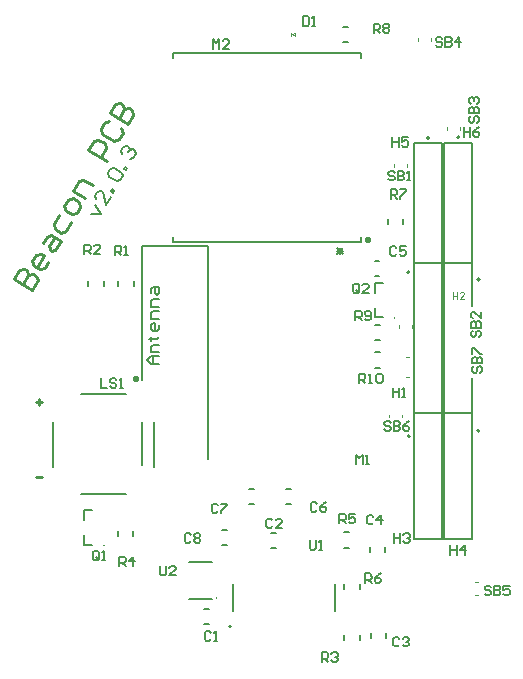
<source format=gto>
G04*
G04 #@! TF.GenerationSoftware,Altium Limited,Altium Designer,25.1.2 (22)*
G04*
G04 Layer_Color=65535*
%FSLAX44Y44*%
%MOMM*%
G71*
G04*
G04 #@! TF.SameCoordinates,1B355CDF-056A-496C-88C6-064FCE6B5934*
G04*
G04*
G04 #@! TF.FilePolarity,Positive*
G04*
G01*
G75*
%ADD10C,0.2000*%
%ADD11C,0.1000*%
%ADD12C,0.1500*%
%ADD13C,0.1270*%
%ADD14C,0.1524*%
%ADD15C,0.2500*%
%ADD16C,0.2540*%
%ADD17C,0.1250*%
D10*
X387660Y452151D02*
G03*
X387660Y452151I-1000J0D01*
G01*
X345736Y199067D02*
G03*
X345736Y199067I-1000J0D01*
G01*
X362117Y451633D02*
G03*
X362117Y451633I-1000J0D01*
G01*
X194659Y37955D02*
G03*
X194659Y37955I-1000J0D01*
G01*
X182445Y62079D02*
G03*
X182445Y62079I-254J0D01*
G01*
X332661Y299083D02*
G03*
X332661Y299083I-254J0D01*
G01*
X86761Y106743D02*
G03*
X86761Y106743I-254J0D01*
G01*
X404673Y203633D02*
G03*
X404673Y203633I-1000J0D01*
G01*
X404872Y331777D02*
G03*
X404872Y331777I-1000J0D01*
G01*
X345427Y337884D02*
G03*
X345427Y337884I-1000J0D01*
G01*
X398520Y219050D02*
Y248289D01*
Y112350D02*
Y219050D01*
X374420D02*
X398520D01*
X374420Y340950D02*
Y447650D01*
X398520Y309039D02*
Y447650D01*
X374420D02*
X398520D01*
X349020Y112350D02*
Y219050D01*
X373120Y112350D02*
Y219050D01*
X349020Y112350D02*
X373120D01*
X349020Y219050D02*
X373120D01*
X349020Y340950D02*
Y447650D01*
X373120Y340950D02*
Y447650D01*
X349020D02*
X373120D01*
X374420Y112350D02*
Y219050D01*
Y112350D02*
X398520D01*
X349020Y213950D02*
Y346050D01*
X373120Y213950D02*
Y346050D01*
X349020D02*
X373120D01*
X374420Y213950D02*
Y346050D01*
X398520D01*
X133107Y260005D02*
X126442D01*
X123110Y263337D01*
X126442Y266670D01*
X133107D01*
X128108D01*
Y260005D01*
X133107Y270002D02*
X126442D01*
Y275000D01*
X128108Y276666D01*
X133107D01*
X124776Y281665D02*
X126442D01*
Y279999D01*
Y283331D01*
Y281665D01*
X131440D01*
X133107Y283331D01*
Y293328D02*
Y289995D01*
X131440Y288329D01*
X128108D01*
X126442Y289995D01*
Y293328D01*
X128108Y294994D01*
X129774D01*
Y288329D01*
X133107Y298326D02*
X126442D01*
Y303324D01*
X128108Y304991D01*
X133107D01*
Y308323D02*
X126442D01*
Y313321D01*
X128108Y314987D01*
X133107D01*
X126442Y319986D02*
Y323318D01*
X128108Y324984D01*
X133107D01*
Y319986D01*
X131440Y318320D01*
X129774Y319986D01*
Y324984D01*
X92618Y401813D02*
X88619Y394887D01*
X85692Y405811D01*
X83960Y406811D01*
X81229Y406079D01*
X79230Y402616D01*
X79962Y399885D01*
X94617Y405276D02*
X92886Y406275D01*
X93885Y408007D01*
X95617Y407007D01*
X94617Y405276D01*
X90958Y418931D02*
X90226Y421663D01*
X92226Y425126D01*
X94957Y425857D01*
X101883Y421859D01*
X102615Y419128D01*
X100615Y415664D01*
X97884Y414933D01*
X90958Y418931D01*
X105614Y424322D02*
X103882Y425322D01*
X104882Y427053D01*
X106613Y426054D01*
X105614Y424322D01*
X101954Y437978D02*
X101223Y440709D01*
X103222Y444172D01*
X105953Y444904D01*
X107685Y443904D01*
X108417Y441173D01*
X107417Y439441D01*
X108417Y441173D01*
X111148Y441905D01*
X112879Y440905D01*
X113611Y438174D01*
X111612Y434711D01*
X108881Y433979D01*
X75543Y387609D02*
X84469Y387073D01*
X79542Y394534D01*
D11*
X239475Y545570D02*
G03*
X239475Y545570I-254J0D01*
G01*
X400881Y75664D02*
X403381D01*
X400881Y64664D02*
X403381D01*
X347588Y290923D02*
Y293423D01*
X336588Y290923D02*
Y293423D01*
X339074Y214928D02*
Y217428D01*
X328074Y214928D02*
Y217428D01*
X352328Y533816D02*
Y536316D01*
X363328Y533816D02*
Y536316D01*
X343642Y426855D02*
Y429355D01*
X332642Y426855D02*
Y429355D01*
X376918Y458712D02*
Y461212D01*
X387918Y458712D02*
Y461212D01*
X342377Y266080D02*
X344877D01*
X342377Y249580D02*
X344877D01*
X245317Y538018D02*
Y540559D01*
X245912Y539288D02*
X248111Y538018D01*
Y540559D01*
X245912Y539288D02*
X248111Y540559D01*
D12*
X175160Y179748D02*
Y359750D01*
X119194Y359877D02*
X175190D01*
X119164Y174356D02*
X119256Y211360D01*
X119194Y246242D02*
Y359877D01*
X289407Y358353D02*
X284075Y353021D01*
Y358353D02*
X289407Y353021D01*
X286741Y358353D02*
Y353021D01*
X284075Y355687D02*
X289407D01*
X160364Y115585D02*
X159031Y116918D01*
X156365D01*
X155032Y115585D01*
Y110254D01*
X156365Y108921D01*
X159031D01*
X160364Y110254D01*
X163030Y115585D02*
X164363Y116918D01*
X167028D01*
X168361Y115585D01*
Y114252D01*
X167028Y112920D01*
X168361Y111587D01*
Y110254D01*
X167028Y108921D01*
X164363D01*
X163030Y110254D01*
Y111587D01*
X164363Y112920D01*
X163030Y114252D01*
Y115585D01*
X164363Y112920D02*
X167028D01*
X400112Y258133D02*
X398779Y256800D01*
Y254134D01*
X400112Y252801D01*
X401445D01*
X402778Y254134D01*
Y256800D01*
X404111Y258133D01*
X405444D01*
X406777Y256800D01*
Y254134D01*
X405444Y252801D01*
X398779Y260799D02*
X406777D01*
Y264797D01*
X405444Y266130D01*
X404111D01*
X402778Y264797D01*
Y260799D01*
Y264797D01*
X401445Y266130D01*
X400112D01*
X398779Y264797D01*
Y260799D01*
Y268796D02*
Y274128D01*
X400112D01*
X405444Y268796D01*
X406777D01*
X397323Y469835D02*
X395990Y468503D01*
Y465837D01*
X397323Y464504D01*
X398656D01*
X399989Y465837D01*
Y468503D01*
X401322Y469835D01*
X402655D01*
X403988Y468503D01*
Y465837D01*
X402655Y464504D01*
X395990Y472501D02*
X403988D01*
Y476500D01*
X402655Y477833D01*
X401322D01*
X399989Y476500D01*
Y472501D01*
Y476500D01*
X398656Y477833D01*
X397323D01*
X395990Y476500D01*
Y472501D01*
X397323Y480499D02*
X395990Y481832D01*
Y484497D01*
X397323Y485830D01*
X398656D01*
X399989Y484497D01*
Y483164D01*
Y484497D01*
X401322Y485830D01*
X402655D01*
X403988Y484497D01*
Y481832D01*
X402655Y480499D01*
X315064Y540394D02*
Y548392D01*
X319063D01*
X320396Y547059D01*
Y544393D01*
X319063Y543060D01*
X315064D01*
X317730D02*
X320396Y540394D01*
X323062Y547059D02*
X324394Y548392D01*
X327060D01*
X328393Y547059D01*
Y545726D01*
X327060Y544393D01*
X328393Y543060D01*
Y541727D01*
X327060Y540394D01*
X324394D01*
X323062Y541727D01*
Y543060D01*
X324394Y544393D01*
X323062Y545726D01*
Y547059D01*
X324394Y544393D02*
X327060D01*
X329391Y400243D02*
Y408241D01*
X333390D01*
X334722Y406908D01*
Y404242D01*
X333390Y402909D01*
X329391D01*
X332057D02*
X334722Y400243D01*
X337388Y408241D02*
X342720D01*
Y406908D01*
X337388Y401576D01*
Y400243D01*
X255161Y554473D02*
Y546475D01*
X259160D01*
X260492Y547808D01*
Y553140D01*
X259160Y554473D01*
X255161D01*
X263158Y546475D02*
X265824D01*
X264491D01*
Y554473D01*
X263158Y553140D01*
X399032Y288367D02*
X397699Y287034D01*
Y284368D01*
X399032Y283036D01*
X400365D01*
X401698Y284368D01*
Y287034D01*
X403031Y288367D01*
X404364D01*
X405696Y287034D01*
Y284368D01*
X404364Y283036D01*
X397699Y291033D02*
X405696D01*
Y295032D01*
X404364Y296364D01*
X403031D01*
X401698Y295032D01*
Y291033D01*
Y295032D01*
X400365Y296364D01*
X399032D01*
X397699Y295032D01*
Y291033D01*
X405696Y304362D02*
Y299030D01*
X400365Y304362D01*
X399032D01*
X397699Y303029D01*
Y300363D01*
X399032Y299030D01*
X332783Y422270D02*
X331450Y423603D01*
X328784D01*
X327452Y422270D01*
Y420937D01*
X328784Y419604D01*
X331450D01*
X332783Y418271D01*
Y416938D01*
X331450Y415605D01*
X328784D01*
X327452Y416938D01*
X335449Y423603D02*
Y415605D01*
X339448D01*
X340780Y416938D01*
Y418271D01*
X339448Y419604D01*
X335449D01*
X339448D01*
X340780Y420937D01*
Y422270D01*
X339448Y423603D01*
X335449D01*
X343446Y415605D02*
X346112D01*
X344779D01*
Y423603D01*
X343446Y422270D01*
X134050Y89127D02*
Y82463D01*
X135383Y81130D01*
X138049D01*
X139382Y82463D01*
Y89127D01*
X147379Y81130D02*
X142048D01*
X147379Y86461D01*
Y87794D01*
X146046Y89127D01*
X143380D01*
X142048Y87794D01*
X260994Y111119D02*
Y104455D01*
X262327Y103122D01*
X264993D01*
X266326Y104455D01*
Y111119D01*
X268992Y103122D02*
X271657D01*
X270324D01*
Y111119D01*
X268992Y109787D01*
X308008Y75002D02*
X307913Y82999D01*
X311912Y83047D01*
X313260Y81730D01*
X313292Y79064D01*
X311975Y77715D01*
X307976Y77668D01*
X310642Y77699D02*
X313340Y75066D01*
X321241Y83158D02*
X318591Y81793D01*
X315958Y79096D01*
X315989Y76430D01*
X317338Y75113D01*
X320004Y75145D01*
X321320Y76494D01*
X321305Y77826D01*
X319956Y79143D01*
X315958Y79096D01*
X285974Y125292D02*
Y133290D01*
X289972D01*
X291305Y131957D01*
Y129291D01*
X289972Y127958D01*
X285974D01*
X288640D02*
X291305Y125292D01*
X299303Y133290D02*
X293971D01*
Y129291D01*
X296637Y130624D01*
X297970D01*
X299303Y129291D01*
Y126625D01*
X297970Y125292D01*
X295304D01*
X293971Y126625D01*
X99773Y89151D02*
Y97148D01*
X103772D01*
X105105Y95815D01*
Y93149D01*
X103772Y91817D01*
X99773D01*
X102439D02*
X105105Y89151D01*
X111769D02*
Y97148D01*
X107770Y93149D01*
X113102D01*
X271301Y8014D02*
X271347Y16011D01*
X275346Y15988D01*
X276671Y14648D01*
X276656Y11982D01*
X275315Y10657D01*
X271317Y10680D01*
X273982Y10664D02*
X276633Y7983D01*
X279337Y14632D02*
X280677Y15958D01*
X283343Y15942D01*
X284668Y14602D01*
X284660Y13269D01*
X283320Y11944D01*
X281987Y11951D01*
X283320Y11944D01*
X284645Y10603D01*
X284638Y9270D01*
X283297Y7945D01*
X280631Y7960D01*
X279306Y9301D01*
X82520Y95323D02*
Y100655D01*
X81187Y101988D01*
X78521D01*
X77188Y100655D01*
Y95323D01*
X78521Y93990D01*
X81187D01*
X79854Y96656D02*
X82520Y93990D01*
X81187D02*
X82520Y95323D01*
X85185Y93990D02*
X87851D01*
X86518D01*
Y101988D01*
X85185Y100655D01*
X83945Y248022D02*
Y240025D01*
X89276D01*
X97274Y246689D02*
X95941Y248022D01*
X93275D01*
X91942Y246689D01*
Y245356D01*
X93275Y244023D01*
X95941D01*
X97274Y242691D01*
Y241358D01*
X95941Y240025D01*
X93275D01*
X91942Y241358D01*
X99939Y240025D02*
X102605D01*
X101272D01*
Y248022D01*
X99939Y246689D01*
X314823Y131052D02*
X313491Y132385D01*
X310825D01*
X309492Y131052D01*
Y125721D01*
X310825Y124388D01*
X313491D01*
X314823Y125721D01*
X321488Y124388D02*
Y132385D01*
X317489Y128387D01*
X322821D01*
X336985Y27708D02*
X335652Y29041D01*
X332986D01*
X331653Y27708D01*
Y22377D01*
X332986Y21044D01*
X335652D01*
X336985Y22377D01*
X339651Y27708D02*
X340984Y29041D01*
X343649D01*
X344982Y27708D01*
Y26375D01*
X343649Y25042D01*
X342316D01*
X343649D01*
X344982Y23709D01*
Y22377D01*
X343649Y21044D01*
X340984D01*
X339651Y22377D01*
X229446Y127961D02*
X228113Y129294D01*
X225447D01*
X224114Y127961D01*
Y122629D01*
X225447Y121296D01*
X228113D01*
X229446Y122629D01*
X237443Y121296D02*
X232112D01*
X237443Y126628D01*
Y127961D01*
X236110Y129294D01*
X233445D01*
X232112Y127961D01*
X177455Y32491D02*
X176122Y33824D01*
X173456D01*
X172123Y32491D01*
Y27160D01*
X173456Y25827D01*
X176122D01*
X177455Y27160D01*
X180121Y25827D02*
X182787D01*
X181454D01*
Y33824D01*
X180121Y32491D01*
X300413Y175422D02*
Y183419D01*
X303079Y180754D01*
X305744Y183419D01*
Y175422D01*
X308410D02*
X311076D01*
X309743D01*
Y183419D01*
X308410Y182087D01*
X331346Y240115D02*
Y232117D01*
Y236116D01*
X336678D01*
Y240115D01*
Y232117D01*
X339343D02*
X342009D01*
X340676D01*
Y240115D01*
X339343Y238782D01*
X96061Y352224D02*
Y360221D01*
X100060D01*
X101393Y358889D01*
Y356223D01*
X100060Y354890D01*
X96061D01*
X98727D02*
X101393Y352224D01*
X104058D02*
X106724D01*
X105391D01*
Y360221D01*
X104058Y358889D01*
X70192Y353171D02*
Y361168D01*
X74191D01*
X75524Y359835D01*
Y357169D01*
X74191Y355836D01*
X70192D01*
X72858D02*
X75524Y353171D01*
X83521D02*
X78190D01*
X83521Y358502D01*
Y359835D01*
X82189Y361168D01*
X79523D01*
X78190Y359835D01*
X332332Y116782D02*
Y108784D01*
Y112783D01*
X337663D01*
Y116782D01*
Y108784D01*
X340329Y115449D02*
X341662Y116782D01*
X344328D01*
X345661Y115449D01*
Y114116D01*
X344328Y112783D01*
X342995D01*
X344328D01*
X345661Y111450D01*
Y110117D01*
X344328Y108784D01*
X341662D01*
X340329Y110117D01*
X380134Y106850D02*
Y98852D01*
Y102851D01*
X385466D01*
Y106850D01*
Y98852D01*
X392131D02*
Y106850D01*
X388132Y102851D01*
X393463D01*
X330960Y452166D02*
Y444169D01*
Y448167D01*
X336291D01*
Y452166D01*
Y444169D01*
X344289Y452166D02*
X338957D01*
Y448167D01*
X341623Y449500D01*
X342956D01*
X344289Y448167D01*
Y445502D01*
X342956Y444169D01*
X340290D01*
X338957Y445502D01*
X391375Y460714D02*
Y452717D01*
Y456716D01*
X396707D01*
Y460714D01*
Y452717D01*
X404704Y460714D02*
X402038Y459381D01*
X399372Y456716D01*
Y454050D01*
X400705Y452717D01*
X403371D01*
X404704Y454050D01*
Y455383D01*
X403371Y456716D01*
X399372D01*
X179160Y526969D02*
Y534966D01*
X181826Y532300D01*
X184492Y534966D01*
Y526969D01*
X192489D02*
X187158D01*
X192489Y532300D01*
Y533633D01*
X191156Y534966D01*
X188491D01*
X187158Y533633D01*
X334380Y358430D02*
X333047Y359763D01*
X330382D01*
X329049Y358430D01*
Y353098D01*
X330382Y351765D01*
X333047D01*
X334380Y353098D01*
X342378Y359763D02*
X337046D01*
Y355764D01*
X339712Y357097D01*
X341045D01*
X342378Y355764D01*
Y353098D01*
X341045Y351765D01*
X338379D01*
X337046Y353098D01*
X373093Y535639D02*
X371760Y536972D01*
X369094D01*
X367761Y535639D01*
Y534306D01*
X369094Y532973D01*
X371760D01*
X373093Y531640D01*
Y530307D01*
X371760Y528974D01*
X369094D01*
X367761Y530307D01*
X375759Y536972D02*
Y528974D01*
X379757D01*
X381090Y530307D01*
Y531640D01*
X379757Y532973D01*
X375759D01*
X379757D01*
X381090Y534306D01*
Y535639D01*
X379757Y536972D01*
X375759D01*
X387755Y528974D02*
Y536972D01*
X383756Y532973D01*
X389088D01*
X267062Y141935D02*
X265729Y143268D01*
X263063D01*
X261730Y141935D01*
Y136604D01*
X263063Y135271D01*
X265729D01*
X267062Y136604D01*
X275060Y143268D02*
X272394Y141935D01*
X269728Y139270D01*
Y136604D01*
X271061Y135271D01*
X273727D01*
X275060Y136604D01*
Y137937D01*
X273727Y139270D01*
X269728D01*
X183247Y140722D02*
X181915Y142055D01*
X179249D01*
X177916Y140722D01*
Y135390D01*
X179249Y134057D01*
X181915D01*
X183247Y135390D01*
X185913Y142055D02*
X191245D01*
Y140722D01*
X185913Y135390D01*
Y134057D01*
X414311Y71153D02*
X412979Y72485D01*
X410313D01*
X408980Y71153D01*
Y69820D01*
X410313Y68487D01*
X412979D01*
X414311Y67154D01*
Y65821D01*
X412979Y64488D01*
X410313D01*
X408980Y65821D01*
X416977Y72485D02*
Y64488D01*
X420976D01*
X422309Y65821D01*
Y67154D01*
X420976Y68487D01*
X416977D01*
X420976D01*
X422309Y69820D01*
Y71153D01*
X420976Y72485D01*
X416977D01*
X430306D02*
X424975D01*
Y68487D01*
X427640Y69820D01*
X428973D01*
X430306Y68487D01*
Y65821D01*
X428973Y64488D01*
X426308D01*
X424975Y65821D01*
X299598Y297173D02*
Y305170D01*
X303597D01*
X304930Y303837D01*
Y301171D01*
X303597Y299838D01*
X299598D01*
X302264D02*
X304930Y297173D01*
X307596Y298505D02*
X308929Y297173D01*
X311595D01*
X312927Y298505D01*
Y303837D01*
X311595Y305170D01*
X308929D01*
X307596Y303837D01*
Y302504D01*
X308929Y301171D01*
X312927D01*
X302811Y244071D02*
Y252068D01*
X306809D01*
X308142Y250735D01*
Y248070D01*
X306809Y246737D01*
X302811D01*
X305476D02*
X308142Y244071D01*
X310808D02*
X313474D01*
X312141D01*
Y252068D01*
X310808Y250735D01*
X317473D02*
X318806Y252068D01*
X321471D01*
X322804Y250735D01*
Y245404D01*
X321471Y244071D01*
X318806D01*
X317473Y245404D01*
Y250735D01*
X302851Y321653D02*
Y326985D01*
X301518Y328318D01*
X298852D01*
X297519Y326985D01*
Y321653D01*
X298852Y320320D01*
X301518D01*
X300185Y322986D02*
X302851Y320320D01*
X301518D02*
X302851Y321653D01*
X310848Y320320D02*
X305516D01*
X310848Y325652D01*
Y326985D01*
X309515Y328318D01*
X306849D01*
X305516Y326985D01*
X329419Y210399D02*
X328086Y211732D01*
X325420D01*
X324087Y210399D01*
Y209066D01*
X325420Y207733D01*
X328086D01*
X329419Y206401D01*
Y205068D01*
X328086Y203735D01*
X325420D01*
X324087Y205068D01*
X332084Y211732D02*
Y203735D01*
X336083D01*
X337416Y205068D01*
Y206401D01*
X336083Y207733D01*
X332084D01*
X336083D01*
X337416Y209066D01*
Y210399D01*
X336083Y211732D01*
X332084D01*
X345414D02*
X342748Y210399D01*
X340082Y207733D01*
Y205068D01*
X341415Y203735D01*
X344081D01*
X345414Y205068D01*
Y206401D01*
X344081Y207733D01*
X340082D01*
D13*
X186605Y107002D02*
X190669D01*
X186605Y119702D02*
X190669D01*
X304822Y363312D02*
Y367612D01*
Y519012D02*
Y523312D01*
X144822Y363312D02*
Y367612D01*
Y519012D02*
Y523312D01*
Y363312D02*
X304822D01*
X144822Y523312D02*
X304822D01*
X67457Y234731D02*
X105457D01*
X67457Y149731D02*
X105457D01*
X128958Y173231D02*
Y211231D01*
X43958Y173231D02*
Y211231D01*
X195621Y50639D02*
Y74039D01*
X282121Y50639D02*
Y74039D01*
X316001Y299569D02*
Y307869D01*
Y320270D02*
Y328569D01*
X322701D01*
X316001Y299569D02*
X322701D01*
X70101Y107229D02*
Y115529D01*
Y127929D02*
Y136229D01*
X76801D01*
X70101Y107229D02*
X76801D01*
X112182Y326146D02*
Y330210D01*
X98974Y326146D02*
Y330210D01*
X86514Y326158D02*
Y330222D01*
X73306Y326158D02*
Y330222D01*
X290429Y26444D02*
Y30508D01*
X303637Y26444D02*
Y30508D01*
X111708Y114462D02*
Y118526D01*
X98500Y114462D02*
Y118526D01*
X290169Y104782D02*
X294233D01*
X290169Y117990D02*
X294233D01*
X303638Y69987D02*
Y74051D01*
X290430Y69987D02*
Y74051D01*
X340324Y379072D02*
Y383136D01*
X327116Y379072D02*
Y383136D01*
X289069Y545615D02*
X293132D01*
X289069Y532407D02*
X293132D01*
X316469Y293306D02*
X320533D01*
X316469Y280098D02*
X320533D01*
X316521Y257190D02*
X320585D01*
X316521Y270398D02*
X320585D01*
X315923Y334931D02*
X319987D01*
X315923Y347631D02*
X319987D01*
X240744Y154005D02*
X244808D01*
X240744Y141305D02*
X244808D01*
X171576Y52391D02*
X175640D01*
X171576Y39691D02*
X175640D01*
X228608Y117277D02*
X232672D01*
X228608Y104577D02*
X232672D01*
X325258Y27960D02*
Y32024D01*
X312558Y27960D02*
Y32024D01*
X324610Y101062D02*
Y105126D01*
X311910Y101062D02*
Y105126D01*
X209526Y141324D02*
X213590D01*
X209526Y154024D02*
X213590D01*
D14*
X159077Y61317D02*
X178635D01*
X159077Y92305D02*
X178635D01*
D15*
X10554Y332139D02*
X26138Y323142D01*
X30636Y330934D01*
X29539Y335030D01*
X26941Y336530D01*
X22845Y335432D01*
X18346Y327640D01*
X22845Y335432D01*
X21747Y339529D01*
X19150Y341028D01*
X15053Y339931D01*
X10554Y332139D01*
X39634Y346517D02*
X36635Y341323D01*
X32538Y340225D01*
X27343Y343224D01*
X26246Y347321D01*
X29245Y352515D01*
X33341Y353613D01*
X35938Y352113D01*
X29941Y341724D01*
X35243Y362904D02*
X38242Y368098D01*
X42338Y369196D01*
X50130Y364698D01*
X45632Y356906D01*
X41535Y355808D01*
X40437Y359905D01*
X44936Y367697D01*
X48738Y386279D02*
X44240Y378487D01*
X45337Y374391D01*
X50532Y371392D01*
X54629Y372489D01*
X59127Y380281D01*
X63626Y388073D02*
X66625Y393267D01*
X65527Y397364D01*
X60333Y400363D01*
X56236Y399265D01*
X53237Y394071D01*
X54335Y389974D01*
X59529Y386975D01*
X63626Y388073D01*
X71123Y401059D02*
X60734Y407057D01*
X65233Y414849D01*
X69330Y415946D01*
X77121Y411448D01*
X89117Y432226D02*
X73534Y441223D01*
X78033Y449015D01*
X82129Y450112D01*
X87324Y447113D01*
X88421Y443017D01*
X83923Y435225D01*
X91126Y465696D02*
X87030Y464598D01*
X84031Y459403D01*
X85128Y455307D01*
X95517Y449309D01*
X99614Y450406D01*
X102613Y455601D01*
X101515Y459698D01*
X91528Y472390D02*
X107112Y463392D01*
X111610Y471184D01*
X110513Y475281D01*
X107915Y476781D01*
X103819Y475683D01*
X99320Y467891D01*
X103819Y475683D01*
X102721Y479780D01*
X100124Y481279D01*
X96027Y480181D01*
X91528Y472390D01*
D16*
X111794Y246528D02*
Y249067D01*
X114333D01*
Y246528D01*
X111794D01*
X308346Y364113D02*
Y366652D01*
X310885D01*
Y364113D01*
X308346D01*
X29307Y164544D02*
X34724D01*
X29307Y228044D02*
X34724D01*
X32016Y230752D02*
Y225335D01*
D17*
X381925Y321052D02*
Y315054D01*
Y318053D01*
X385924D01*
Y321052D01*
Y315054D01*
X391922D02*
X387923D01*
X391922Y319053D01*
Y320053D01*
X390922Y321052D01*
X388923D01*
X387923Y320053D01*
M02*

</source>
